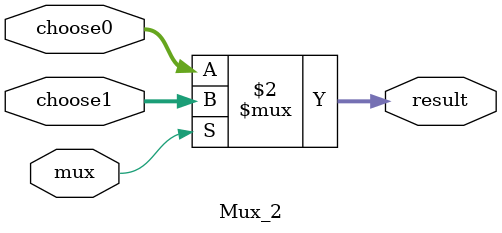
<source format=v>
`timescale 1ns / 1ps


module Mux_2(
    input [31 : 0] choose0 ,
    input [31 : 0] choose1 ,
    input mux ,
    output [31 : 0] result
    );
    
assign result = (mux == 1) ? choose1 : choose0 ;    
endmodule

</source>
